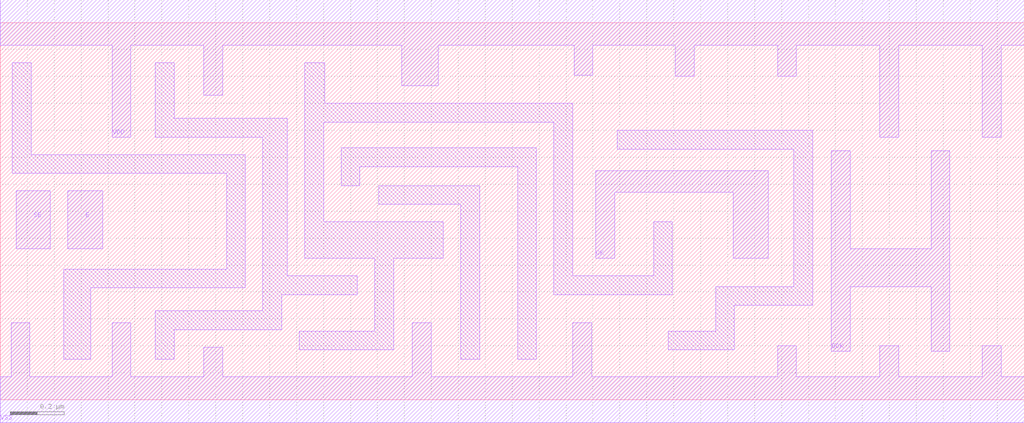
<source format=lef>
# 
# ******************************************************************************
# *                                                                            *
# *                   Copyright (C) 2004-2010, Nangate Inc.                    *
# *                           All rights reserved.                             *
# *                                                                            *
# * Nangate and the Nangate logo are trademarks of Nangate Inc.                *
# *                                                                            *
# * All trademarks, logos, software marks, and trade names (collectively the   *
# * "Marks") in this program are proprietary to Nangate or other respective    *
# * owners that have granted Nangate the right and license to use such Marks.  *
# * You are not permitted to use the Marks without the prior written consent   *
# * of Nangate or such third party that may own the Marks.                     *
# *                                                                            *
# * This file has been provided pursuant to a License Agreement containing     *
# * restrictions on its use. This file contains valuable trade secrets and     *
# * proprietary information of Nangate Inc., and is protected by U.S. and      *
# * international laws and/or treaties.                                        *
# *                                                                            *
# * The copyright notice(s) in this file does not indicate actual or intended  *
# * publication of this file.                                                  *
# *                                                                            *
# *     NGLibraryCreator, v2010.08-HR32-SP3-2010-08-05 - build 1009061800      *
# *                                                                            *
# ******************************************************************************
# 
# 
# Running on brazil06.nangate.com.br for user Giancarlo Franciscatto (gfr).
# Local time is now Fri, 3 Dec 2010, 19:32:18.
# Main process id is 27821.

VERSION 5.6 ;
BUSBITCHARS "[]" ;
DIVIDERCHAR "/" ;

MACRO CLKGATETST_X4
  CLASS core ;
  FOREIGN CLKGATETST_X4 0.0 0.0 ;
  ORIGIN 0 0 ;
  SYMMETRY X Y ;
  SITE FreePDK45_38x28_10R_NP_162NW_34O ;
  SIZE 3.8 BY 1.4 ;
  PIN CK
    DIRECTION INPUT ;
    ANTENNAPARTIALMETALAREA 0.1002 LAYER metal1 ;
    ANTENNAPARTIALMETALSIDEAREA 0.3146 LAYER metal1 ;
    ANTENNAGATEAREA 0.13075 ;
    PORT
      LAYER metal1 ;
        POLYGON 2.21 0.525 2.28 0.525 2.28 0.77 2.495 0.77 2.72 0.77 2.72 0.525 2.85 0.525 2.85 0.85 2.495 0.85 2.21 0.85  ;
    END
  END CK
  PIN E
    DIRECTION INPUT ;
    ANTENNAPARTIALMETALAREA 0.02795 LAYER metal1 ;
    ANTENNAPARTIALMETALSIDEAREA 0.0897 LAYER metal1 ;
    ANTENNAGATEAREA 0.02625 ;
    PORT
      LAYER metal1 ;
        POLYGON 0.25 0.56 0.38 0.56 0.38 0.775 0.25 0.775  ;
    END
  END E
  PIN SE
    DIRECTION INPUT ;
    ANTENNAPARTIALMETALAREA 0.026875 LAYER metal1 ;
    ANTENNAPARTIALMETALSIDEAREA 0.0884 LAYER metal1 ;
    ANTENNAGATEAREA 0.02625 ;
    PORT
      LAYER metal1 ;
        POLYGON 0.06 0.56 0.185 0.56 0.185 0.775 0.06 0.775  ;
    END
  END SE
  PIN GCK
    DIRECTION OUTPUT ;
    ANTENNAPARTIALMETALAREA 0.1463 LAYER metal1 ;
    ANTENNAPARTIALMETALSIDEAREA 0.4654 LAYER metal1 ;
    ANTENNADIFFAREA 0.231 ;
    PORT
      LAYER metal1 ;
        POLYGON 3.085 0.18 3.155 0.18 3.155 0.42 3.455 0.42 3.455 0.18 3.525 0.18 3.525 0.925 3.455 0.925 3.455 0.56 3.155 0.56 3.155 0.925 3.085 0.925  ;
    END
  END GCK
  PIN VDD
    DIRECTION INOUT ;
    USE power ;
    SHAPE ABUTMENT ;
    PORT
      LAYER metal1 ;
        POLYGON 0 1.315 0.415 1.315 0.415 0.975 0.485 0.975 0.485 1.315 0.755 1.315 0.755 1.13 0.825 1.13 0.825 1.315 1.49 1.315 1.49 1.165 1.625 1.165 1.625 1.315 2.13 1.315 2.13 1.205 2.2 1.205 2.2 1.315 2.505 1.315 2.505 1.2 2.575 1.2 2.575 1.315 2.885 1.315 2.885 1.2 2.955 1.2 2.955 1.315 3.015 1.315 3.265 1.315 3.265 0.975 3.335 0.975 3.335 1.315 3.645 1.315 3.645 0.975 3.715 0.975 3.715 1.315 3.8 1.315 3.8 1.485 3.015 1.485 0 1.485  ;
    END
  END VDD
  PIN VSS
    DIRECTION INOUT ;
    USE ground ;
    SHAPE ABUTMENT ;
    PORT
      LAYER metal1 ;
        POLYGON 0 -0.085 3.8 -0.085 3.8 0.085 3.715 0.085 3.715 0.2 3.645 0.2 3.645 0.085 3.335 0.085 3.335 0.2 3.265 0.2 3.265 0.085 2.955 0.085 2.955 0.2 2.885 0.2 2.885 0.085 2.195 0.085 2.195 0.285 2.125 0.285 2.125 0.085 1.6 0.085 1.6 0.285 1.53 0.285 1.53 0.085 0.825 0.085 0.825 0.195 0.755 0.195 0.755 0.085 0.485 0.085 0.485 0.285 0.415 0.285 0.415 0.085 0.11 0.085 0.11 0.285 0.04 0.285 0.04 0.085 0 0.085  ;
    END
  END VSS
  OBS
      LAYER metal1 ;
        POLYGON 0.045 0.84 0.84 0.84 0.84 0.485 0.235 0.485 0.235 0.15 0.335 0.15 0.335 0.415 0.91 0.415 0.91 0.91 0.115 0.91 0.115 1.25 0.045 1.25  ;
        POLYGON 0.575 0.975 0.975 0.975 0.975 0.33 0.575 0.33 0.575 0.15 0.645 0.15 0.645 0.26 1.045 0.26 1.045 0.39 1.325 0.39 1.325 0.46 1.065 0.46 1.065 1.045 0.645 1.045 0.645 1.25 0.575 1.25  ;
        POLYGON 1.405 0.725 1.71 0.725 1.71 0.15 1.78 0.15 1.78 0.795 1.405 0.795  ;
        POLYGON 1.265 0.795 1.335 0.795 1.335 0.865 1.92 0.865 1.92 0.15 1.99 0.15 1.99 0.935 1.265 0.935  ;
        POLYGON 1.2 1.03 2.055 1.03 2.055 0.39 2.495 0.39 2.495 0.66 2.425 0.66 2.425 0.46 2.125 0.46 2.125 1.1 1.205 1.1 1.205 1.25 1.13 1.25 1.13 0.525 1.39 0.525 1.39 0.255 1.11 0.255 1.11 0.185 1.46 0.185 1.46 0.525 1.645 0.525 1.645 0.66 1.2 0.66  ;
        POLYGON 2.29 0.93 2.945 0.93 2.945 0.42 2.655 0.42 2.655 0.255 2.48 0.255 2.48 0.185 2.725 0.185 2.725 0.35 3.015 0.35 3.015 1 2.29 1  ;
  END
END CLKGATETST_X4

END LIBRARY
#
# End of file
#

</source>
